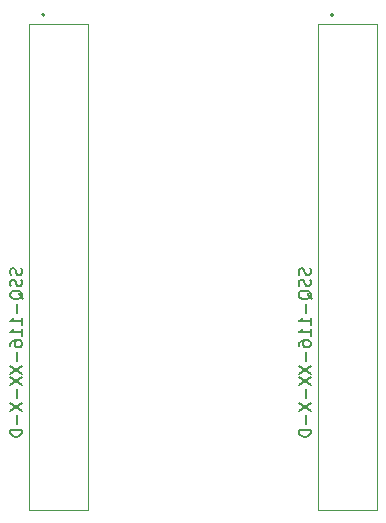
<source format=gbr>
%TF.GenerationSoftware,KiCad,Pcbnew,9.0.5*%
%TF.CreationDate,2025-12-03T10:09:40+00:00*%
%TF.ProjectId,ZX Interface,5a582049-6e74-4657-9266-6163652e6b69,3.2*%
%TF.SameCoordinates,Original*%
%TF.FileFunction,AssemblyDrawing,Bot*%
%FSLAX46Y46*%
G04 Gerber Fmt 4.6, Leading zero omitted, Abs format (unit mm)*
G04 Created by KiCad (PCBNEW 9.0.5) date 2025-12-03 10:09:40*
%MOMM*%
%LPD*%
G01*
G04 APERTURE LIST*
%ADD10C,0.150000*%
%ADD11C,0.100000*%
%ADD12C,0.200000*%
G04 APERTURE END LIST*
D10*
X91076200Y-115360953D02*
X91123819Y-115503810D01*
X91123819Y-115503810D02*
X91123819Y-115741905D01*
X91123819Y-115741905D02*
X91076200Y-115837143D01*
X91076200Y-115837143D02*
X91028580Y-115884762D01*
X91028580Y-115884762D02*
X90933342Y-115932381D01*
X90933342Y-115932381D02*
X90838104Y-115932381D01*
X90838104Y-115932381D02*
X90742866Y-115884762D01*
X90742866Y-115884762D02*
X90695247Y-115837143D01*
X90695247Y-115837143D02*
X90647628Y-115741905D01*
X90647628Y-115741905D02*
X90600009Y-115551429D01*
X90600009Y-115551429D02*
X90552390Y-115456191D01*
X90552390Y-115456191D02*
X90504771Y-115408572D01*
X90504771Y-115408572D02*
X90409533Y-115360953D01*
X90409533Y-115360953D02*
X90314295Y-115360953D01*
X90314295Y-115360953D02*
X90219057Y-115408572D01*
X90219057Y-115408572D02*
X90171438Y-115456191D01*
X90171438Y-115456191D02*
X90123819Y-115551429D01*
X90123819Y-115551429D02*
X90123819Y-115789524D01*
X90123819Y-115789524D02*
X90171438Y-115932381D01*
X91076200Y-116313334D02*
X91123819Y-116456191D01*
X91123819Y-116456191D02*
X91123819Y-116694286D01*
X91123819Y-116694286D02*
X91076200Y-116789524D01*
X91076200Y-116789524D02*
X91028580Y-116837143D01*
X91028580Y-116837143D02*
X90933342Y-116884762D01*
X90933342Y-116884762D02*
X90838104Y-116884762D01*
X90838104Y-116884762D02*
X90742866Y-116837143D01*
X90742866Y-116837143D02*
X90695247Y-116789524D01*
X90695247Y-116789524D02*
X90647628Y-116694286D01*
X90647628Y-116694286D02*
X90600009Y-116503810D01*
X90600009Y-116503810D02*
X90552390Y-116408572D01*
X90552390Y-116408572D02*
X90504771Y-116360953D01*
X90504771Y-116360953D02*
X90409533Y-116313334D01*
X90409533Y-116313334D02*
X90314295Y-116313334D01*
X90314295Y-116313334D02*
X90219057Y-116360953D01*
X90219057Y-116360953D02*
X90171438Y-116408572D01*
X90171438Y-116408572D02*
X90123819Y-116503810D01*
X90123819Y-116503810D02*
X90123819Y-116741905D01*
X90123819Y-116741905D02*
X90171438Y-116884762D01*
X91219057Y-117980000D02*
X91171438Y-117884762D01*
X91171438Y-117884762D02*
X91076200Y-117789524D01*
X91076200Y-117789524D02*
X90933342Y-117646667D01*
X90933342Y-117646667D02*
X90885723Y-117551429D01*
X90885723Y-117551429D02*
X90885723Y-117456191D01*
X91123819Y-117503810D02*
X91076200Y-117408572D01*
X91076200Y-117408572D02*
X90980961Y-117313334D01*
X90980961Y-117313334D02*
X90790485Y-117265715D01*
X90790485Y-117265715D02*
X90457152Y-117265715D01*
X90457152Y-117265715D02*
X90266676Y-117313334D01*
X90266676Y-117313334D02*
X90171438Y-117408572D01*
X90171438Y-117408572D02*
X90123819Y-117503810D01*
X90123819Y-117503810D02*
X90123819Y-117694286D01*
X90123819Y-117694286D02*
X90171438Y-117789524D01*
X90171438Y-117789524D02*
X90266676Y-117884762D01*
X90266676Y-117884762D02*
X90457152Y-117932381D01*
X90457152Y-117932381D02*
X90790485Y-117932381D01*
X90790485Y-117932381D02*
X90980961Y-117884762D01*
X90980961Y-117884762D02*
X91076200Y-117789524D01*
X91076200Y-117789524D02*
X91123819Y-117694286D01*
X91123819Y-117694286D02*
X91123819Y-117503810D01*
X90742866Y-118360953D02*
X90742866Y-119122858D01*
X91123819Y-120122857D02*
X91123819Y-119551429D01*
X91123819Y-119837143D02*
X90123819Y-119837143D01*
X90123819Y-119837143D02*
X90266676Y-119741905D01*
X90266676Y-119741905D02*
X90361914Y-119646667D01*
X90361914Y-119646667D02*
X90409533Y-119551429D01*
X91123819Y-121075238D02*
X91123819Y-120503810D01*
X91123819Y-120789524D02*
X90123819Y-120789524D01*
X90123819Y-120789524D02*
X90266676Y-120694286D01*
X90266676Y-120694286D02*
X90361914Y-120599048D01*
X90361914Y-120599048D02*
X90409533Y-120503810D01*
X90123819Y-121932381D02*
X90123819Y-121741905D01*
X90123819Y-121741905D02*
X90171438Y-121646667D01*
X90171438Y-121646667D02*
X90219057Y-121599048D01*
X90219057Y-121599048D02*
X90361914Y-121503810D01*
X90361914Y-121503810D02*
X90552390Y-121456191D01*
X90552390Y-121456191D02*
X90933342Y-121456191D01*
X90933342Y-121456191D02*
X91028580Y-121503810D01*
X91028580Y-121503810D02*
X91076200Y-121551429D01*
X91076200Y-121551429D02*
X91123819Y-121646667D01*
X91123819Y-121646667D02*
X91123819Y-121837143D01*
X91123819Y-121837143D02*
X91076200Y-121932381D01*
X91076200Y-121932381D02*
X91028580Y-121980000D01*
X91028580Y-121980000D02*
X90933342Y-122027619D01*
X90933342Y-122027619D02*
X90695247Y-122027619D01*
X90695247Y-122027619D02*
X90600009Y-121980000D01*
X90600009Y-121980000D02*
X90552390Y-121932381D01*
X90552390Y-121932381D02*
X90504771Y-121837143D01*
X90504771Y-121837143D02*
X90504771Y-121646667D01*
X90504771Y-121646667D02*
X90552390Y-121551429D01*
X90552390Y-121551429D02*
X90600009Y-121503810D01*
X90600009Y-121503810D02*
X90695247Y-121456191D01*
X90742866Y-122456191D02*
X90742866Y-123218096D01*
X90123819Y-123599048D02*
X91123819Y-124265714D01*
X90123819Y-124265714D02*
X91123819Y-123599048D01*
X90123819Y-124551429D02*
X91123819Y-125218095D01*
X90123819Y-125218095D02*
X91123819Y-124551429D01*
X90742866Y-125599048D02*
X90742866Y-126360953D01*
X90123819Y-126741905D02*
X91123819Y-127408571D01*
X90123819Y-127408571D02*
X91123819Y-126741905D01*
X90742866Y-127789524D02*
X90742866Y-128551429D01*
X91123819Y-129027619D02*
X90123819Y-129027619D01*
X90123819Y-129027619D02*
X90123819Y-129265714D01*
X90123819Y-129265714D02*
X90171438Y-129408571D01*
X90171438Y-129408571D02*
X90266676Y-129503809D01*
X90266676Y-129503809D02*
X90361914Y-129551428D01*
X90361914Y-129551428D02*
X90552390Y-129599047D01*
X90552390Y-129599047D02*
X90695247Y-129599047D01*
X90695247Y-129599047D02*
X90885723Y-129551428D01*
X90885723Y-129551428D02*
X90980961Y-129503809D01*
X90980961Y-129503809D02*
X91076200Y-129408571D01*
X91076200Y-129408571D02*
X91123819Y-129265714D01*
X91123819Y-129265714D02*
X91123819Y-129027619D01*
X115517200Y-115360753D02*
X115564819Y-115503610D01*
X115564819Y-115503610D02*
X115564819Y-115741705D01*
X115564819Y-115741705D02*
X115517200Y-115836943D01*
X115517200Y-115836943D02*
X115469580Y-115884562D01*
X115469580Y-115884562D02*
X115374342Y-115932181D01*
X115374342Y-115932181D02*
X115279104Y-115932181D01*
X115279104Y-115932181D02*
X115183866Y-115884562D01*
X115183866Y-115884562D02*
X115136247Y-115836943D01*
X115136247Y-115836943D02*
X115088628Y-115741705D01*
X115088628Y-115741705D02*
X115041009Y-115551229D01*
X115041009Y-115551229D02*
X114993390Y-115455991D01*
X114993390Y-115455991D02*
X114945771Y-115408372D01*
X114945771Y-115408372D02*
X114850533Y-115360753D01*
X114850533Y-115360753D02*
X114755295Y-115360753D01*
X114755295Y-115360753D02*
X114660057Y-115408372D01*
X114660057Y-115408372D02*
X114612438Y-115455991D01*
X114612438Y-115455991D02*
X114564819Y-115551229D01*
X114564819Y-115551229D02*
X114564819Y-115789324D01*
X114564819Y-115789324D02*
X114612438Y-115932181D01*
X115517200Y-116313134D02*
X115564819Y-116455991D01*
X115564819Y-116455991D02*
X115564819Y-116694086D01*
X115564819Y-116694086D02*
X115517200Y-116789324D01*
X115517200Y-116789324D02*
X115469580Y-116836943D01*
X115469580Y-116836943D02*
X115374342Y-116884562D01*
X115374342Y-116884562D02*
X115279104Y-116884562D01*
X115279104Y-116884562D02*
X115183866Y-116836943D01*
X115183866Y-116836943D02*
X115136247Y-116789324D01*
X115136247Y-116789324D02*
X115088628Y-116694086D01*
X115088628Y-116694086D02*
X115041009Y-116503610D01*
X115041009Y-116503610D02*
X114993390Y-116408372D01*
X114993390Y-116408372D02*
X114945771Y-116360753D01*
X114945771Y-116360753D02*
X114850533Y-116313134D01*
X114850533Y-116313134D02*
X114755295Y-116313134D01*
X114755295Y-116313134D02*
X114660057Y-116360753D01*
X114660057Y-116360753D02*
X114612438Y-116408372D01*
X114612438Y-116408372D02*
X114564819Y-116503610D01*
X114564819Y-116503610D02*
X114564819Y-116741705D01*
X114564819Y-116741705D02*
X114612438Y-116884562D01*
X115660057Y-117979800D02*
X115612438Y-117884562D01*
X115612438Y-117884562D02*
X115517200Y-117789324D01*
X115517200Y-117789324D02*
X115374342Y-117646467D01*
X115374342Y-117646467D02*
X115326723Y-117551229D01*
X115326723Y-117551229D02*
X115326723Y-117455991D01*
X115564819Y-117503610D02*
X115517200Y-117408372D01*
X115517200Y-117408372D02*
X115421961Y-117313134D01*
X115421961Y-117313134D02*
X115231485Y-117265515D01*
X115231485Y-117265515D02*
X114898152Y-117265515D01*
X114898152Y-117265515D02*
X114707676Y-117313134D01*
X114707676Y-117313134D02*
X114612438Y-117408372D01*
X114612438Y-117408372D02*
X114564819Y-117503610D01*
X114564819Y-117503610D02*
X114564819Y-117694086D01*
X114564819Y-117694086D02*
X114612438Y-117789324D01*
X114612438Y-117789324D02*
X114707676Y-117884562D01*
X114707676Y-117884562D02*
X114898152Y-117932181D01*
X114898152Y-117932181D02*
X115231485Y-117932181D01*
X115231485Y-117932181D02*
X115421961Y-117884562D01*
X115421961Y-117884562D02*
X115517200Y-117789324D01*
X115517200Y-117789324D02*
X115564819Y-117694086D01*
X115564819Y-117694086D02*
X115564819Y-117503610D01*
X115183866Y-118360753D02*
X115183866Y-119122658D01*
X115564819Y-120122657D02*
X115564819Y-119551229D01*
X115564819Y-119836943D02*
X114564819Y-119836943D01*
X114564819Y-119836943D02*
X114707676Y-119741705D01*
X114707676Y-119741705D02*
X114802914Y-119646467D01*
X114802914Y-119646467D02*
X114850533Y-119551229D01*
X115564819Y-121075038D02*
X115564819Y-120503610D01*
X115564819Y-120789324D02*
X114564819Y-120789324D01*
X114564819Y-120789324D02*
X114707676Y-120694086D01*
X114707676Y-120694086D02*
X114802914Y-120598848D01*
X114802914Y-120598848D02*
X114850533Y-120503610D01*
X114564819Y-121932181D02*
X114564819Y-121741705D01*
X114564819Y-121741705D02*
X114612438Y-121646467D01*
X114612438Y-121646467D02*
X114660057Y-121598848D01*
X114660057Y-121598848D02*
X114802914Y-121503610D01*
X114802914Y-121503610D02*
X114993390Y-121455991D01*
X114993390Y-121455991D02*
X115374342Y-121455991D01*
X115374342Y-121455991D02*
X115469580Y-121503610D01*
X115469580Y-121503610D02*
X115517200Y-121551229D01*
X115517200Y-121551229D02*
X115564819Y-121646467D01*
X115564819Y-121646467D02*
X115564819Y-121836943D01*
X115564819Y-121836943D02*
X115517200Y-121932181D01*
X115517200Y-121932181D02*
X115469580Y-121979800D01*
X115469580Y-121979800D02*
X115374342Y-122027419D01*
X115374342Y-122027419D02*
X115136247Y-122027419D01*
X115136247Y-122027419D02*
X115041009Y-121979800D01*
X115041009Y-121979800D02*
X114993390Y-121932181D01*
X114993390Y-121932181D02*
X114945771Y-121836943D01*
X114945771Y-121836943D02*
X114945771Y-121646467D01*
X114945771Y-121646467D02*
X114993390Y-121551229D01*
X114993390Y-121551229D02*
X115041009Y-121503610D01*
X115041009Y-121503610D02*
X115136247Y-121455991D01*
X115183866Y-122455991D02*
X115183866Y-123217896D01*
X114564819Y-123598848D02*
X115564819Y-124265514D01*
X114564819Y-124265514D02*
X115564819Y-123598848D01*
X114564819Y-124551229D02*
X115564819Y-125217895D01*
X114564819Y-125217895D02*
X115564819Y-124551229D01*
X115183866Y-125598848D02*
X115183866Y-126360753D01*
X114564819Y-126741705D02*
X115564819Y-127408371D01*
X114564819Y-127408371D02*
X115564819Y-126741705D01*
X115183866Y-127789324D02*
X115183866Y-128551229D01*
X115564819Y-129027419D02*
X114564819Y-129027419D01*
X114564819Y-129027419D02*
X114564819Y-129265514D01*
X114564819Y-129265514D02*
X114612438Y-129408371D01*
X114612438Y-129408371D02*
X114707676Y-129503609D01*
X114707676Y-129503609D02*
X114802914Y-129551228D01*
X114802914Y-129551228D02*
X114993390Y-129598847D01*
X114993390Y-129598847D02*
X115136247Y-129598847D01*
X115136247Y-129598847D02*
X115326723Y-129551228D01*
X115326723Y-129551228D02*
X115421961Y-129503609D01*
X115421961Y-129503609D02*
X115517200Y-129408371D01*
X115517200Y-129408371D02*
X115564819Y-129265514D01*
X115564819Y-129265514D02*
X115564819Y-129027419D01*
D11*
%TO.C,J1*%
X91764000Y-94665000D02*
X96714000Y-94665000D01*
X91764000Y-135815000D02*
X91764000Y-94665000D01*
X96714000Y-135815000D02*
X91764000Y-135815000D01*
X96714000Y-135815000D02*
X96714000Y-94665000D01*
D12*
X93029000Y-93905000D02*
G75*
G02*
X92829000Y-93905000I-100000J0D01*
G01*
X92829000Y-93905000D02*
G75*
G02*
X93029000Y-93905000I100000J0D01*
G01*
D11*
%TO.C,J2*%
X116205000Y-94664800D02*
X121155000Y-94664800D01*
X116205000Y-135814800D02*
X116205000Y-94664800D01*
X121155000Y-135814800D02*
X116205000Y-135814800D01*
X121155000Y-135814800D02*
X121155000Y-94664800D01*
D12*
X117470000Y-93904800D02*
G75*
G02*
X117270000Y-93904800I-100000J0D01*
G01*
X117270000Y-93904800D02*
G75*
G02*
X117470000Y-93904800I100000J0D01*
G01*
%TD*%
M02*

</source>
